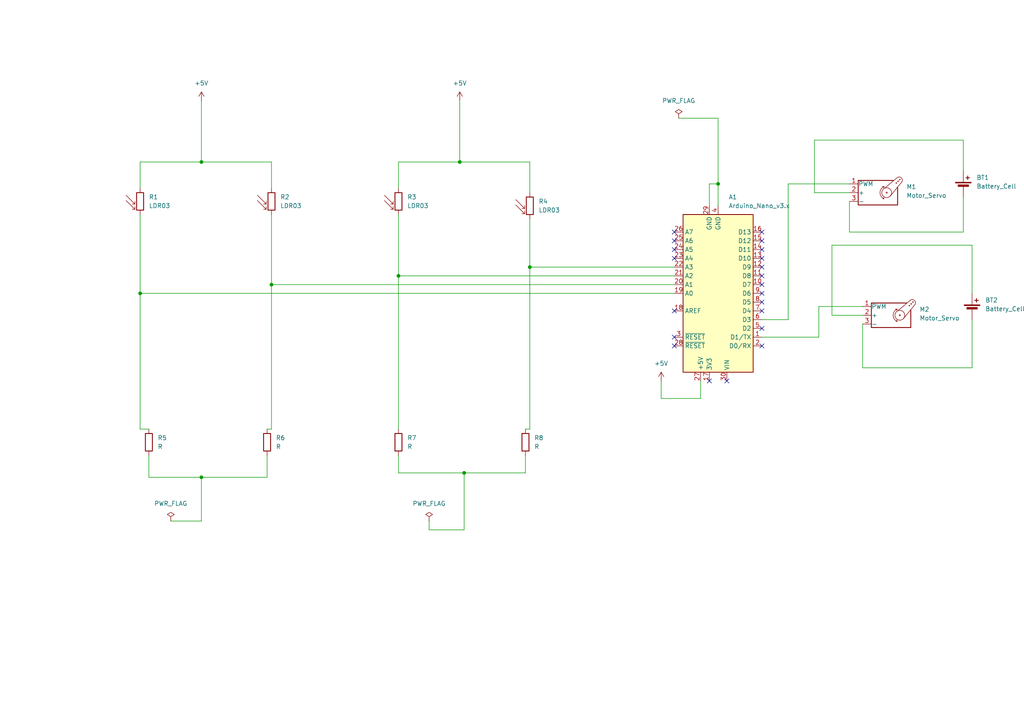
<source format=kicad_sch>
(kicad_sch
	(version 20231120)
	(generator "eeschema")
	(generator_version "8.0")
	(uuid "7ce6721b-4ebf-4034-b591-10c4db8b30aa")
	(paper "A4")
	(lib_symbols
		(symbol "Device:Battery_Cell"
			(pin_numbers hide)
			(pin_names
				(offset 0) hide)
			(exclude_from_sim no)
			(in_bom yes)
			(on_board yes)
			(property "Reference" "BT"
				(at 2.54 2.54 0)
				(effects
					(font
						(size 1.27 1.27)
					)
					(justify left)
				)
			)
			(property "Value" "Battery_Cell"
				(at 2.54 0 0)
				(effects
					(font
						(size 1.27 1.27)
					)
					(justify left)
				)
			)
			(property "Footprint" ""
				(at 0 1.524 90)
				(effects
					(font
						(size 1.27 1.27)
					)
					(hide yes)
				)
			)
			(property "Datasheet" "~"
				(at 0 1.524 90)
				(effects
					(font
						(size 1.27 1.27)
					)
					(hide yes)
				)
			)
			(property "Description" "Single-cell battery"
				(at 0 0 0)
				(effects
					(font
						(size 1.27 1.27)
					)
					(hide yes)
				)
			)
			(property "ki_keywords" "battery cell"
				(at 0 0 0)
				(effects
					(font
						(size 1.27 1.27)
					)
					(hide yes)
				)
			)
			(symbol "Battery_Cell_0_1"
				(rectangle
					(start -2.286 1.778)
					(end 2.286 1.524)
					(stroke
						(width 0)
						(type default)
					)
					(fill
						(type outline)
					)
				)
				(rectangle
					(start -1.524 1.016)
					(end 1.524 0.508)
					(stroke
						(width 0)
						(type default)
					)
					(fill
						(type outline)
					)
				)
				(polyline
					(pts
						(xy 0 0.762) (xy 0 0)
					)
					(stroke
						(width 0)
						(type default)
					)
					(fill
						(type none)
					)
				)
				(polyline
					(pts
						(xy 0 1.778) (xy 0 2.54)
					)
					(stroke
						(width 0)
						(type default)
					)
					(fill
						(type none)
					)
				)
				(polyline
					(pts
						(xy 0.762 3.048) (xy 1.778 3.048)
					)
					(stroke
						(width 0.254)
						(type default)
					)
					(fill
						(type none)
					)
				)
				(polyline
					(pts
						(xy 1.27 3.556) (xy 1.27 2.54)
					)
					(stroke
						(width 0.254)
						(type default)
					)
					(fill
						(type none)
					)
				)
			)
			(symbol "Battery_Cell_1_1"
				(pin passive line
					(at 0 5.08 270)
					(length 2.54)
					(name "+"
						(effects
							(font
								(size 1.27 1.27)
							)
						)
					)
					(number "1"
						(effects
							(font
								(size 1.27 1.27)
							)
						)
					)
				)
				(pin passive line
					(at 0 -2.54 90)
					(length 2.54)
					(name "-"
						(effects
							(font
								(size 1.27 1.27)
							)
						)
					)
					(number "2"
						(effects
							(font
								(size 1.27 1.27)
							)
						)
					)
				)
			)
		)
		(symbol "Device:R"
			(pin_numbers hide)
			(pin_names
				(offset 0)
			)
			(exclude_from_sim no)
			(in_bom yes)
			(on_board yes)
			(property "Reference" "R"
				(at 2.032 0 90)
				(effects
					(font
						(size 1.27 1.27)
					)
				)
			)
			(property "Value" "R"
				(at 0 0 90)
				(effects
					(font
						(size 1.27 1.27)
					)
				)
			)
			(property "Footprint" ""
				(at -1.778 0 90)
				(effects
					(font
						(size 1.27 1.27)
					)
					(hide yes)
				)
			)
			(property "Datasheet" "~"
				(at 0 0 0)
				(effects
					(font
						(size 1.27 1.27)
					)
					(hide yes)
				)
			)
			(property "Description" "Resistor"
				(at 0 0 0)
				(effects
					(font
						(size 1.27 1.27)
					)
					(hide yes)
				)
			)
			(property "ki_keywords" "R res resistor"
				(at 0 0 0)
				(effects
					(font
						(size 1.27 1.27)
					)
					(hide yes)
				)
			)
			(property "ki_fp_filters" "R_*"
				(at 0 0 0)
				(effects
					(font
						(size 1.27 1.27)
					)
					(hide yes)
				)
			)
			(symbol "R_0_1"
				(rectangle
					(start -1.016 -2.54)
					(end 1.016 2.54)
					(stroke
						(width 0.254)
						(type default)
					)
					(fill
						(type none)
					)
				)
			)
			(symbol "R_1_1"
				(pin passive line
					(at 0 3.81 270)
					(length 1.27)
					(name "~"
						(effects
							(font
								(size 1.27 1.27)
							)
						)
					)
					(number "1"
						(effects
							(font
								(size 1.27 1.27)
							)
						)
					)
				)
				(pin passive line
					(at 0 -3.81 90)
					(length 1.27)
					(name "~"
						(effects
							(font
								(size 1.27 1.27)
							)
						)
					)
					(number "2"
						(effects
							(font
								(size 1.27 1.27)
							)
						)
					)
				)
			)
		)
		(symbol "MCU_Module:Arduino_Nano_v3.x"
			(exclude_from_sim no)
			(in_bom yes)
			(on_board yes)
			(property "Reference" "A"
				(at -10.16 23.495 0)
				(effects
					(font
						(size 1.27 1.27)
					)
					(justify left bottom)
				)
			)
			(property "Value" "Arduino_Nano_v3.x"
				(at 5.08 -24.13 0)
				(effects
					(font
						(size 1.27 1.27)
					)
					(justify left top)
				)
			)
			(property "Footprint" "Module:Arduino_Nano"
				(at 0 0 0)
				(effects
					(font
						(size 1.27 1.27)
						(italic yes)
					)
					(hide yes)
				)
			)
			(property "Datasheet" "http://www.mouser.com/pdfdocs/Gravitech_Arduino_Nano3_0.pdf"
				(at 0 0 0)
				(effects
					(font
						(size 1.27 1.27)
					)
					(hide yes)
				)
			)
			(property "Description" "Arduino Nano v3.x"
				(at 0 0 0)
				(effects
					(font
						(size 1.27 1.27)
					)
					(hide yes)
				)
			)
			(property "ki_keywords" "Arduino nano microcontroller module USB"
				(at 0 0 0)
				(effects
					(font
						(size 1.27 1.27)
					)
					(hide yes)
				)
			)
			(property "ki_fp_filters" "Arduino*Nano*"
				(at 0 0 0)
				(effects
					(font
						(size 1.27 1.27)
					)
					(hide yes)
				)
			)
			(symbol "Arduino_Nano_v3.x_0_1"
				(rectangle
					(start -10.16 22.86)
					(end 10.16 -22.86)
					(stroke
						(width 0.254)
						(type default)
					)
					(fill
						(type background)
					)
				)
			)
			(symbol "Arduino_Nano_v3.x_1_1"
				(pin bidirectional line
					(at -12.7 12.7 0)
					(length 2.54)
					(name "D1/TX"
						(effects
							(font
								(size 1.27 1.27)
							)
						)
					)
					(number "1"
						(effects
							(font
								(size 1.27 1.27)
							)
						)
					)
				)
				(pin bidirectional line
					(at -12.7 -2.54 0)
					(length 2.54)
					(name "D7"
						(effects
							(font
								(size 1.27 1.27)
							)
						)
					)
					(number "10"
						(effects
							(font
								(size 1.27 1.27)
							)
						)
					)
				)
				(pin bidirectional line
					(at -12.7 -5.08 0)
					(length 2.54)
					(name "D8"
						(effects
							(font
								(size 1.27 1.27)
							)
						)
					)
					(number "11"
						(effects
							(font
								(size 1.27 1.27)
							)
						)
					)
				)
				(pin bidirectional line
					(at -12.7 -7.62 0)
					(length 2.54)
					(name "D9"
						(effects
							(font
								(size 1.27 1.27)
							)
						)
					)
					(number "12"
						(effects
							(font
								(size 1.27 1.27)
							)
						)
					)
				)
				(pin bidirectional line
					(at -12.7 -10.16 0)
					(length 2.54)
					(name "D10"
						(effects
							(font
								(size 1.27 1.27)
							)
						)
					)
					(number "13"
						(effects
							(font
								(size 1.27 1.27)
							)
						)
					)
				)
				(pin bidirectional line
					(at -12.7 -12.7 0)
					(length 2.54)
					(name "D11"
						(effects
							(font
								(size 1.27 1.27)
							)
						)
					)
					(number "14"
						(effects
							(font
								(size 1.27 1.27)
							)
						)
					)
				)
				(pin bidirectional line
					(at -12.7 -15.24 0)
					(length 2.54)
					(name "D12"
						(effects
							(font
								(size 1.27 1.27)
							)
						)
					)
					(number "15"
						(effects
							(font
								(size 1.27 1.27)
							)
						)
					)
				)
				(pin bidirectional line
					(at -12.7 -17.78 0)
					(length 2.54)
					(name "D13"
						(effects
							(font
								(size 1.27 1.27)
							)
						)
					)
					(number "16"
						(effects
							(font
								(size 1.27 1.27)
							)
						)
					)
				)
				(pin power_out line
					(at 2.54 25.4 270)
					(length 2.54)
					(name "3V3"
						(effects
							(font
								(size 1.27 1.27)
							)
						)
					)
					(number "17"
						(effects
							(font
								(size 1.27 1.27)
							)
						)
					)
				)
				(pin input line
					(at 12.7 5.08 180)
					(length 2.54)
					(name "AREF"
						(effects
							(font
								(size 1.27 1.27)
							)
						)
					)
					(number "18"
						(effects
							(font
								(size 1.27 1.27)
							)
						)
					)
				)
				(pin bidirectional line
					(at 12.7 0 180)
					(length 2.54)
					(name "A0"
						(effects
							(font
								(size 1.27 1.27)
							)
						)
					)
					(number "19"
						(effects
							(font
								(size 1.27 1.27)
							)
						)
					)
				)
				(pin bidirectional line
					(at -12.7 15.24 0)
					(length 2.54)
					(name "D0/RX"
						(effects
							(font
								(size 1.27 1.27)
							)
						)
					)
					(number "2"
						(effects
							(font
								(size 1.27 1.27)
							)
						)
					)
				)
				(pin bidirectional line
					(at 12.7 -2.54 180)
					(length 2.54)
					(name "A1"
						(effects
							(font
								(size 1.27 1.27)
							)
						)
					)
					(number "20"
						(effects
							(font
								(size 1.27 1.27)
							)
						)
					)
				)
				(pin bidirectional line
					(at 12.7 -5.08 180)
					(length 2.54)
					(name "A2"
						(effects
							(font
								(size 1.27 1.27)
							)
						)
					)
					(number "21"
						(effects
							(font
								(size 1.27 1.27)
							)
						)
					)
				)
				(pin bidirectional line
					(at 12.7 -7.62 180)
					(length 2.54)
					(name "A3"
						(effects
							(font
								(size 1.27 1.27)
							)
						)
					)
					(number "22"
						(effects
							(font
								(size 1.27 1.27)
							)
						)
					)
				)
				(pin bidirectional line
					(at 12.7 -10.16 180)
					(length 2.54)
					(name "A4"
						(effects
							(font
								(size 1.27 1.27)
							)
						)
					)
					(number "23"
						(effects
							(font
								(size 1.27 1.27)
							)
						)
					)
				)
				(pin bidirectional line
					(at 12.7 -12.7 180)
					(length 2.54)
					(name "A5"
						(effects
							(font
								(size 1.27 1.27)
							)
						)
					)
					(number "24"
						(effects
							(font
								(size 1.27 1.27)
							)
						)
					)
				)
				(pin bidirectional line
					(at 12.7 -15.24 180)
					(length 2.54)
					(name "A6"
						(effects
							(font
								(size 1.27 1.27)
							)
						)
					)
					(number "25"
						(effects
							(font
								(size 1.27 1.27)
							)
						)
					)
				)
				(pin bidirectional line
					(at 12.7 -17.78 180)
					(length 2.54)
					(name "A7"
						(effects
							(font
								(size 1.27 1.27)
							)
						)
					)
					(number "26"
						(effects
							(font
								(size 1.27 1.27)
							)
						)
					)
				)
				(pin power_out line
					(at 5.08 25.4 270)
					(length 2.54)
					(name "+5V"
						(effects
							(font
								(size 1.27 1.27)
							)
						)
					)
					(number "27"
						(effects
							(font
								(size 1.27 1.27)
							)
						)
					)
				)
				(pin input line
					(at 12.7 15.24 180)
					(length 2.54)
					(name "~{RESET}"
						(effects
							(font
								(size 1.27 1.27)
							)
						)
					)
					(number "28"
						(effects
							(font
								(size 1.27 1.27)
							)
						)
					)
				)
				(pin power_in line
					(at 2.54 -25.4 90)
					(length 2.54)
					(name "GND"
						(effects
							(font
								(size 1.27 1.27)
							)
						)
					)
					(number "29"
						(effects
							(font
								(size 1.27 1.27)
							)
						)
					)
				)
				(pin input line
					(at 12.7 12.7 180)
					(length 2.54)
					(name "~{RESET}"
						(effects
							(font
								(size 1.27 1.27)
							)
						)
					)
					(number "3"
						(effects
							(font
								(size 1.27 1.27)
							)
						)
					)
				)
				(pin power_in line
					(at -2.54 25.4 270)
					(length 2.54)
					(name "VIN"
						(effects
							(font
								(size 1.27 1.27)
							)
						)
					)
					(number "30"
						(effects
							(font
								(size 1.27 1.27)
							)
						)
					)
				)
				(pin power_in line
					(at 0 -25.4 90)
					(length 2.54)
					(name "GND"
						(effects
							(font
								(size 1.27 1.27)
							)
						)
					)
					(number "4"
						(effects
							(font
								(size 1.27 1.27)
							)
						)
					)
				)
				(pin bidirectional line
					(at -12.7 10.16 0)
					(length 2.54)
					(name "D2"
						(effects
							(font
								(size 1.27 1.27)
							)
						)
					)
					(number "5"
						(effects
							(font
								(size 1.27 1.27)
							)
						)
					)
				)
				(pin bidirectional line
					(at -12.7 7.62 0)
					(length 2.54)
					(name "D3"
						(effects
							(font
								(size 1.27 1.27)
							)
						)
					)
					(number "6"
						(effects
							(font
								(size 1.27 1.27)
							)
						)
					)
				)
				(pin bidirectional line
					(at -12.7 5.08 0)
					(length 2.54)
					(name "D4"
						(effects
							(font
								(size 1.27 1.27)
							)
						)
					)
					(number "7"
						(effects
							(font
								(size 1.27 1.27)
							)
						)
					)
				)
				(pin bidirectional line
					(at -12.7 2.54 0)
					(length 2.54)
					(name "D5"
						(effects
							(font
								(size 1.27 1.27)
							)
						)
					)
					(number "8"
						(effects
							(font
								(size 1.27 1.27)
							)
						)
					)
				)
				(pin bidirectional line
					(at -12.7 0 0)
					(length 2.54)
					(name "D6"
						(effects
							(font
								(size 1.27 1.27)
							)
						)
					)
					(number "9"
						(effects
							(font
								(size 1.27 1.27)
							)
						)
					)
				)
			)
		)
		(symbol "Motor:Motor_Servo"
			(pin_names
				(offset 0.0254)
			)
			(exclude_from_sim no)
			(in_bom yes)
			(on_board yes)
			(property "Reference" "M"
				(at -5.08 4.445 0)
				(effects
					(font
						(size 1.27 1.27)
					)
					(justify left)
				)
			)
			(property "Value" "Motor_Servo"
				(at -5.08 -4.064 0)
				(effects
					(font
						(size 1.27 1.27)
					)
					(justify left top)
				)
			)
			(property "Footprint" ""
				(at 0 -4.826 0)
				(effects
					(font
						(size 1.27 1.27)
					)
					(hide yes)
				)
			)
			(property "Datasheet" "http://forums.parallax.com/uploads/attachments/46831/74481.png"
				(at 0 -4.826 0)
				(effects
					(font
						(size 1.27 1.27)
					)
					(hide yes)
				)
			)
			(property "Description" "Servo Motor (Futaba, HiTec, JR connector)"
				(at 0 0 0)
				(effects
					(font
						(size 1.27 1.27)
					)
					(hide yes)
				)
			)
			(property "ki_keywords" "Servo Motor"
				(at 0 0 0)
				(effects
					(font
						(size 1.27 1.27)
					)
					(hide yes)
				)
			)
			(property "ki_fp_filters" "PinHeader*P2.54mm*"
				(at 0 0 0)
				(effects
					(font
						(size 1.27 1.27)
					)
					(hide yes)
				)
			)
			(symbol "Motor_Servo_0_1"
				(polyline
					(pts
						(xy 2.413 -1.778) (xy 2.032 -1.778)
					)
					(stroke
						(width 0)
						(type default)
					)
					(fill
						(type none)
					)
				)
				(polyline
					(pts
						(xy 2.413 -1.778) (xy 2.286 -1.397)
					)
					(stroke
						(width 0)
						(type default)
					)
					(fill
						(type none)
					)
				)
				(polyline
					(pts
						(xy 2.413 1.778) (xy 1.905 1.778)
					)
					(stroke
						(width 0)
						(type default)
					)
					(fill
						(type none)
					)
				)
				(polyline
					(pts
						(xy 2.413 1.778) (xy 2.286 1.397)
					)
					(stroke
						(width 0)
						(type default)
					)
					(fill
						(type none)
					)
				)
				(polyline
					(pts
						(xy 6.35 4.445) (xy 2.54 1.27)
					)
					(stroke
						(width 0)
						(type default)
					)
					(fill
						(type none)
					)
				)
				(polyline
					(pts
						(xy 7.62 3.175) (xy 4.191 -1.016)
					)
					(stroke
						(width 0)
						(type default)
					)
					(fill
						(type none)
					)
				)
				(polyline
					(pts
						(xy 5.08 3.556) (xy -5.08 3.556) (xy -5.08 -3.556) (xy 6.35 -3.556) (xy 6.35 1.524)
					)
					(stroke
						(width 0.254)
						(type default)
					)
					(fill
						(type none)
					)
				)
				(arc
					(start 2.413 1.778)
					(mid 1.2406 0)
					(end 2.413 -1.778)
					(stroke
						(width 0)
						(type default)
					)
					(fill
						(type none)
					)
				)
				(circle
					(center 3.175 0)
					(radius 0.1778)
					(stroke
						(width 0)
						(type default)
					)
					(fill
						(type none)
					)
				)
				(circle
					(center 3.175 0)
					(radius 1.4224)
					(stroke
						(width 0)
						(type default)
					)
					(fill
						(type none)
					)
				)
				(circle
					(center 5.969 2.794)
					(radius 0.127)
					(stroke
						(width 0)
						(type default)
					)
					(fill
						(type none)
					)
				)
				(circle
					(center 6.477 3.302)
					(radius 0.127)
					(stroke
						(width 0)
						(type default)
					)
					(fill
						(type none)
					)
				)
				(circle
					(center 6.985 3.81)
					(radius 0.127)
					(stroke
						(width 0)
						(type default)
					)
					(fill
						(type none)
					)
				)
				(arc
					(start 7.62 3.175)
					(mid 7.4485 4.2735)
					(end 6.35 4.445)
					(stroke
						(width 0)
						(type default)
					)
					(fill
						(type none)
					)
				)
			)
			(symbol "Motor_Servo_1_1"
				(pin passive line
					(at -7.62 2.54 0)
					(length 2.54)
					(name "PWM"
						(effects
							(font
								(size 1.27 1.27)
							)
						)
					)
					(number "1"
						(effects
							(font
								(size 1.27 1.27)
							)
						)
					)
				)
				(pin passive line
					(at -7.62 0 0)
					(length 2.54)
					(name "+"
						(effects
							(font
								(size 1.27 1.27)
							)
						)
					)
					(number "2"
						(effects
							(font
								(size 1.27 1.27)
							)
						)
					)
				)
				(pin passive line
					(at -7.62 -2.54 0)
					(length 2.54)
					(name "-"
						(effects
							(font
								(size 1.27 1.27)
							)
						)
					)
					(number "3"
						(effects
							(font
								(size 1.27 1.27)
							)
						)
					)
				)
			)
		)
		(symbol "Sensor_Optical:LDR03"
			(pin_numbers hide)
			(pin_names
				(offset 0)
			)
			(exclude_from_sim no)
			(in_bom yes)
			(on_board yes)
			(property "Reference" "R"
				(at -5.08 0 90)
				(effects
					(font
						(size 1.27 1.27)
					)
				)
			)
			(property "Value" "LDR03"
				(at 1.905 0 90)
				(effects
					(font
						(size 1.27 1.27)
					)
					(justify top)
				)
			)
			(property "Footprint" "OptoDevice:R_LDR_10x8.5mm_P7.6mm_Vertical"
				(at 4.445 0 90)
				(effects
					(font
						(size 1.27 1.27)
					)
					(hide yes)
				)
			)
			(property "Datasheet" "http://www.elektronica-componenten.nl/WebRoot/StoreNL/Shops/61422969/54F1/BA0C/C664/31B9/2173/C0A8/2AB9/2AEF/LDR03IMP.pdf"
				(at 0 -1.27 0)
				(effects
					(font
						(size 1.27 1.27)
					)
					(hide yes)
				)
			)
			(property "Description" "light dependent resistor"
				(at 0 0 0)
				(effects
					(font
						(size 1.27 1.27)
					)
					(hide yes)
				)
			)
			(property "ki_keywords" "light dependent photo resistor LDR"
				(at 0 0 0)
				(effects
					(font
						(size 1.27 1.27)
					)
					(hide yes)
				)
			)
			(property "ki_fp_filters" "R*LDR*10x8.5mm*P7.6mm*"
				(at 0 0 0)
				(effects
					(font
						(size 1.27 1.27)
					)
					(hide yes)
				)
			)
			(symbol "LDR03_0_1"
				(rectangle
					(start -1.016 2.54)
					(end 1.016 -2.54)
					(stroke
						(width 0.254)
						(type default)
					)
					(fill
						(type none)
					)
				)
				(polyline
					(pts
						(xy -1.524 -2.286) (xy -4.064 0.254)
					)
					(stroke
						(width 0)
						(type default)
					)
					(fill
						(type none)
					)
				)
				(polyline
					(pts
						(xy -1.524 -2.286) (xy -2.286 -2.286)
					)
					(stroke
						(width 0)
						(type default)
					)
					(fill
						(type none)
					)
				)
				(polyline
					(pts
						(xy -1.524 -2.286) (xy -1.524 -1.524)
					)
					(stroke
						(width 0)
						(type default)
					)
					(fill
						(type none)
					)
				)
				(polyline
					(pts
						(xy -1.524 -0.762) (xy -4.064 1.778)
					)
					(stroke
						(width 0)
						(type default)
					)
					(fill
						(type none)
					)
				)
				(polyline
					(pts
						(xy -1.524 -0.762) (xy -2.286 -0.762)
					)
					(stroke
						(width 0)
						(type default)
					)
					(fill
						(type none)
					)
				)
				(polyline
					(pts
						(xy -1.524 -0.762) (xy -1.524 0)
					)
					(stroke
						(width 0)
						(type default)
					)
					(fill
						(type none)
					)
				)
			)
			(symbol "LDR03_1_1"
				(pin passive line
					(at 0 3.81 270)
					(length 1.27)
					(name "~"
						(effects
							(font
								(size 1.27 1.27)
							)
						)
					)
					(number "1"
						(effects
							(font
								(size 1.27 1.27)
							)
						)
					)
				)
				(pin passive line
					(at 0 -3.81 90)
					(length 1.27)
					(name "~"
						(effects
							(font
								(size 1.27 1.27)
							)
						)
					)
					(number "2"
						(effects
							(font
								(size 1.27 1.27)
							)
						)
					)
				)
			)
		)
		(symbol "power:+5V"
			(power)
			(pin_numbers hide)
			(pin_names
				(offset 0) hide)
			(exclude_from_sim no)
			(in_bom yes)
			(on_board yes)
			(property "Reference" "#PWR"
				(at 0 -3.81 0)
				(effects
					(font
						(size 1.27 1.27)
					)
					(hide yes)
				)
			)
			(property "Value" "+5V"
				(at 0 3.556 0)
				(effects
					(font
						(size 1.27 1.27)
					)
				)
			)
			(property "Footprint" ""
				(at 0 0 0)
				(effects
					(font
						(size 1.27 1.27)
					)
					(hide yes)
				)
			)
			(property "Datasheet" ""
				(at 0 0 0)
				(effects
					(font
						(size 1.27 1.27)
					)
					(hide yes)
				)
			)
			(property "Description" "Power symbol creates a global label with name \"+5V\""
				(at 0 0 0)
				(effects
					(font
						(size 1.27 1.27)
					)
					(hide yes)
				)
			)
			(property "ki_keywords" "global power"
				(at 0 0 0)
				(effects
					(font
						(size 1.27 1.27)
					)
					(hide yes)
				)
			)
			(symbol "+5V_0_1"
				(polyline
					(pts
						(xy -0.762 1.27) (xy 0 2.54)
					)
					(stroke
						(width 0)
						(type default)
					)
					(fill
						(type none)
					)
				)
				(polyline
					(pts
						(xy 0 0) (xy 0 2.54)
					)
					(stroke
						(width 0)
						(type default)
					)
					(fill
						(type none)
					)
				)
				(polyline
					(pts
						(xy 0 2.54) (xy 0.762 1.27)
					)
					(stroke
						(width 0)
						(type default)
					)
					(fill
						(type none)
					)
				)
			)
			(symbol "+5V_1_1"
				(pin power_in line
					(at 0 0 90)
					(length 0)
					(name "~"
						(effects
							(font
								(size 1.27 1.27)
							)
						)
					)
					(number "1"
						(effects
							(font
								(size 1.27 1.27)
							)
						)
					)
				)
			)
		)
		(symbol "power:PWR_FLAG"
			(power)
			(pin_numbers hide)
			(pin_names
				(offset 0) hide)
			(exclude_from_sim no)
			(in_bom yes)
			(on_board yes)
			(property "Reference" "#FLG"
				(at 0 1.905 0)
				(effects
					(font
						(size 1.27 1.27)
					)
					(hide yes)
				)
			)
			(property "Value" "PWR_FLAG"
				(at 0 3.81 0)
				(effects
					(font
						(size 1.27 1.27)
					)
				)
			)
			(property "Footprint" ""
				(at 0 0 0)
				(effects
					(font
						(size 1.27 1.27)
					)
					(hide yes)
				)
			)
			(property "Datasheet" "~"
				(at 0 0 0)
				(effects
					(font
						(size 1.27 1.27)
					)
					(hide yes)
				)
			)
			(property "Description" "Special symbol for telling ERC where power comes from"
				(at 0 0 0)
				(effects
					(font
						(size 1.27 1.27)
					)
					(hide yes)
				)
			)
			(property "ki_keywords" "flag power"
				(at 0 0 0)
				(effects
					(font
						(size 1.27 1.27)
					)
					(hide yes)
				)
			)
			(symbol "PWR_FLAG_0_0"
				(pin power_out line
					(at 0 0 90)
					(length 0)
					(name "~"
						(effects
							(font
								(size 1.27 1.27)
							)
						)
					)
					(number "1"
						(effects
							(font
								(size 1.27 1.27)
							)
						)
					)
				)
			)
			(symbol "PWR_FLAG_0_1"
				(polyline
					(pts
						(xy 0 0) (xy 0 1.27) (xy -1.016 1.905) (xy 0 2.54) (xy 1.016 1.905) (xy 0 1.27)
					)
					(stroke
						(width 0)
						(type default)
					)
					(fill
						(type none)
					)
				)
			)
		)
	)
	(junction
		(at 40.64 85.09)
		(diameter 0)
		(color 0 0 0 0)
		(uuid "0c6324d5-ccb8-432d-be27-9cf86d0c261d")
	)
	(junction
		(at 78.74 82.55)
		(diameter 0)
		(color 0 0 0 0)
		(uuid "24ee55bf-39b7-4265-af03-7cd7c6a8bc86")
	)
	(junction
		(at 58.42 46.99)
		(diameter 0)
		(color 0 0 0 0)
		(uuid "30ee2b9c-5f59-4eea-ac2b-6fd1f6c56db9")
	)
	(junction
		(at 134.62 137.16)
		(diameter 0)
		(color 0 0 0 0)
		(uuid "4bae3340-2f98-45a5-ba62-4e02e969eb11")
	)
	(junction
		(at 58.42 138.43)
		(diameter 0)
		(color 0 0 0 0)
		(uuid "4c6afc19-840c-4138-b186-676373ebe0de")
	)
	(junction
		(at 133.35 46.99)
		(diameter 0)
		(color 0 0 0 0)
		(uuid "a318720c-f276-4474-ab01-5032a5629012")
	)
	(junction
		(at 115.57 80.01)
		(diameter 0)
		(color 0 0 0 0)
		(uuid "b7ff77a7-9ae9-4c09-b6a9-1cb689264121")
	)
	(junction
		(at 153.67 77.47)
		(diameter 0)
		(color 0 0 0 0)
		(uuid "bdb07010-42e3-4578-a3ec-ffe86eb490ae")
	)
	(junction
		(at 208.28 53.34)
		(diameter 0)
		(color 0 0 0 0)
		(uuid "de00d848-6fc7-4df2-9602-15ad1cabead2")
	)
	(no_connect
		(at 220.98 90.17)
		(uuid "1f0326e7-ac04-4e6a-b238-02f889533932")
	)
	(no_connect
		(at 195.58 100.33)
		(uuid "21e47cbc-4c7e-4dbe-a54b-8acdf98cd3b2")
	)
	(no_connect
		(at 220.98 100.33)
		(uuid "2507d6d9-17de-4722-8d7e-56c184230168")
	)
	(no_connect
		(at 205.74 110.49)
		(uuid "32dde17f-74af-4cce-a548-242d3f7110de")
	)
	(no_connect
		(at 220.98 85.09)
		(uuid "39cef121-2476-4eb4-8745-52a4d1b7afcb")
	)
	(no_connect
		(at 220.98 67.31)
		(uuid "4299078c-c190-4257-a0e4-9189dde17227")
	)
	(no_connect
		(at 220.98 72.39)
		(uuid "455b2f41-f7ba-4e2a-b97e-e66e453c6040")
	)
	(no_connect
		(at 195.58 72.39)
		(uuid "4acfef79-2fae-4032-a1f1-6a02851d73a4")
	)
	(no_connect
		(at 195.58 90.17)
		(uuid "59c36210-7380-4c0a-8635-aed0649bb097")
	)
	(no_connect
		(at 220.98 74.93)
		(uuid "6e4a96a3-4083-451b-9fa0-c6118d4c173b")
	)
	(no_connect
		(at 195.58 67.31)
		(uuid "831e0e54-6b57-42b2-98f8-4e97e4af9acb")
	)
	(no_connect
		(at 210.82 110.49)
		(uuid "8d102fb8-fb79-4394-8d49-887d28339d8e")
	)
	(no_connect
		(at 195.58 97.79)
		(uuid "8fe8435e-17bd-454b-821d-c6943b6b9315")
	)
	(no_connect
		(at 220.98 80.01)
		(uuid "92fae946-2e5b-4d3f-b0d0-94da95ed90bb")
	)
	(no_connect
		(at 220.98 77.47)
		(uuid "9debcb8a-7f0d-4ae9-8e63-bb4c709f91cd")
	)
	(no_connect
		(at 220.98 87.63)
		(uuid "a947b8c0-d64e-495e-9d0d-5cdb786eae6e")
	)
	(no_connect
		(at 195.58 74.93)
		(uuid "b8f07fdc-2ef8-4881-ad62-c6fb7656ba3d")
	)
	(no_connect
		(at 220.98 82.55)
		(uuid "c5517336-b2db-4dd5-b4e5-73d5c291bff9")
	)
	(no_connect
		(at 220.98 69.85)
		(uuid "d0415b87-734c-4560-bd05-dc5d1cc60753")
	)
	(no_connect
		(at 195.58 69.85)
		(uuid "d86c8e36-565b-46ec-8493-226e6bdf7184")
	)
	(no_connect
		(at 220.98 95.25)
		(uuid "e8b8c65f-faa4-417e-bd61-94cac52011e6")
	)
	(wire
		(pts
			(xy 191.77 110.49) (xy 191.77 115.57)
		)
		(stroke
			(width 0)
			(type default)
		)
		(uuid "020ae6f2-43de-4222-b711-d1ddb8687490")
	)
	(wire
		(pts
			(xy 77.47 132.08) (xy 77.47 138.43)
		)
		(stroke
			(width 0)
			(type default)
		)
		(uuid "05bb3ce7-83db-490f-a9c6-8fa187b0dff2")
	)
	(wire
		(pts
			(xy 124.46 153.67) (xy 134.62 153.67)
		)
		(stroke
			(width 0)
			(type default)
		)
		(uuid "05f11a9e-4ff2-402f-a3b0-2fbe4172fa23")
	)
	(wire
		(pts
			(xy 236.22 40.64) (xy 279.4 40.64)
		)
		(stroke
			(width 0)
			(type default)
		)
		(uuid "0916fa20-1b38-43f0-b636-802d56899656")
	)
	(wire
		(pts
			(xy 208.28 34.29) (xy 208.28 53.34)
		)
		(stroke
			(width 0)
			(type default)
		)
		(uuid "09666fbb-baa3-41e6-84ae-01255f306893")
	)
	(wire
		(pts
			(xy 58.42 138.43) (xy 77.47 138.43)
		)
		(stroke
			(width 0)
			(type default)
		)
		(uuid "0b6e6a14-4e18-4742-930f-4995f728cbbb")
	)
	(wire
		(pts
			(xy 134.62 137.16) (xy 134.62 153.67)
		)
		(stroke
			(width 0)
			(type default)
		)
		(uuid "12c98b83-b612-4e4e-8bb1-5a744aae64d1")
	)
	(wire
		(pts
			(xy 208.28 59.69) (xy 208.28 53.34)
		)
		(stroke
			(width 0)
			(type default)
		)
		(uuid "134b3fc1-b8f8-4c21-be6e-e7f649e1501b")
	)
	(wire
		(pts
			(xy 250.19 93.98) (xy 250.19 106.68)
		)
		(stroke
			(width 0)
			(type default)
		)
		(uuid "1bd79c91-1422-4250-87b7-45af7be809db")
	)
	(wire
		(pts
			(xy 40.64 85.09) (xy 195.58 85.09)
		)
		(stroke
			(width 0)
			(type default)
		)
		(uuid "1d8d20b3-fe08-4084-80cc-54872565bd7c")
	)
	(wire
		(pts
			(xy 279.4 67.31) (xy 279.4 57.15)
		)
		(stroke
			(width 0)
			(type default)
		)
		(uuid "207b456c-e716-49c4-9c2b-510548228e49")
	)
	(wire
		(pts
			(xy 228.6 92.71) (xy 220.98 92.71)
		)
		(stroke
			(width 0)
			(type default)
		)
		(uuid "20c24ce3-08e9-47de-aa8a-f3b79c82a78e")
	)
	(wire
		(pts
			(xy 58.42 46.99) (xy 78.74 46.99)
		)
		(stroke
			(width 0)
			(type default)
		)
		(uuid "21600002-c80f-4825-ab53-6f28e5fd06c6")
	)
	(wire
		(pts
			(xy 58.42 29.21) (xy 58.42 46.99)
		)
		(stroke
			(width 0)
			(type default)
		)
		(uuid "3122dc97-9c3b-4993-b354-aa524ad37848")
	)
	(wire
		(pts
			(xy 78.74 124.46) (xy 77.47 124.46)
		)
		(stroke
			(width 0)
			(type default)
		)
		(uuid "3cc34562-9b1d-41ba-ac57-577c00844b16")
	)
	(wire
		(pts
			(xy 203.2 110.49) (xy 203.2 115.57)
		)
		(stroke
			(width 0)
			(type default)
		)
		(uuid "3e458f30-d6bc-4fc4-836f-8ea612bed9d5")
	)
	(wire
		(pts
			(xy 40.64 85.09) (xy 40.64 124.46)
		)
		(stroke
			(width 0)
			(type default)
		)
		(uuid "415dfb3b-16c7-4029-afdf-fed5c76ffcca")
	)
	(wire
		(pts
			(xy 115.57 62.23) (xy 115.57 80.01)
		)
		(stroke
			(width 0)
			(type default)
		)
		(uuid "4bccc99c-9be1-41eb-86e0-5298349d15ab")
	)
	(wire
		(pts
			(xy 279.4 40.64) (xy 279.4 49.53)
		)
		(stroke
			(width 0)
			(type default)
		)
		(uuid "52080749-0509-42dc-a9f0-025f3809c1ad")
	)
	(wire
		(pts
			(xy 40.64 124.46) (xy 43.18 124.46)
		)
		(stroke
			(width 0)
			(type default)
		)
		(uuid "557a804c-7e3d-4316-b47c-e2c8475148b9")
	)
	(wire
		(pts
			(xy 115.57 80.01) (xy 115.57 124.46)
		)
		(stroke
			(width 0)
			(type default)
		)
		(uuid "58136396-f95a-46e3-aa0f-4f399c4ce534")
	)
	(wire
		(pts
			(xy 241.3 91.44) (xy 241.3 71.12)
		)
		(stroke
			(width 0)
			(type default)
		)
		(uuid "5cde7172-6b4f-4a92-9d04-44bd49073a6e")
	)
	(wire
		(pts
			(xy 115.57 132.08) (xy 115.57 137.16)
		)
		(stroke
			(width 0)
			(type default)
		)
		(uuid "5fa262f7-36fb-4353-87ad-4894e279c8ea")
	)
	(wire
		(pts
			(xy 237.49 97.79) (xy 237.49 88.9)
		)
		(stroke
			(width 0)
			(type default)
		)
		(uuid "6060e168-adb6-440d-8c6c-fdec3481c111")
	)
	(wire
		(pts
			(xy 195.58 82.55) (xy 78.74 82.55)
		)
		(stroke
			(width 0)
			(type default)
		)
		(uuid "610bb8ab-0ab4-457d-8a72-ff0b52a17133")
	)
	(wire
		(pts
			(xy 205.74 59.69) (xy 205.74 53.34)
		)
		(stroke
			(width 0)
			(type default)
		)
		(uuid "642d6d5a-7c64-4bb5-91c4-e9eb9b239587")
	)
	(wire
		(pts
			(xy 246.38 67.31) (xy 279.4 67.31)
		)
		(stroke
			(width 0)
			(type default)
		)
		(uuid "65bf043f-d7da-4323-8983-dc2a28b4cc43")
	)
	(wire
		(pts
			(xy 58.42 138.43) (xy 58.42 151.13)
		)
		(stroke
			(width 0)
			(type default)
		)
		(uuid "6ca6e638-27d3-403b-a5ad-ba140f693185")
	)
	(wire
		(pts
			(xy 241.3 71.12) (xy 281.94 71.12)
		)
		(stroke
			(width 0)
			(type default)
		)
		(uuid "6d29d3ee-c7bc-4e85-a8f7-e047fbd65005")
	)
	(wire
		(pts
			(xy 78.74 62.23) (xy 78.74 82.55)
		)
		(stroke
			(width 0)
			(type default)
		)
		(uuid "6e1aea85-822b-4bcd-a07e-4ab7a0dbf2df")
	)
	(wire
		(pts
			(xy 133.35 29.21) (xy 133.35 46.99)
		)
		(stroke
			(width 0)
			(type default)
		)
		(uuid "722fabdd-ace5-479e-8efb-bd6cf5d5d257")
	)
	(wire
		(pts
			(xy 152.4 137.16) (xy 134.62 137.16)
		)
		(stroke
			(width 0)
			(type default)
		)
		(uuid "72ad07c7-bf6b-4c30-b848-8fec5337725d")
	)
	(wire
		(pts
			(xy 228.6 53.34) (xy 246.38 53.34)
		)
		(stroke
			(width 0)
			(type default)
		)
		(uuid "79b1fc81-4ba8-470c-b2cb-152ca227a5b5")
	)
	(wire
		(pts
			(xy 246.38 58.42) (xy 246.38 67.31)
		)
		(stroke
			(width 0)
			(type default)
		)
		(uuid "7b0dd839-f06c-4009-b7d5-666fba085a49")
	)
	(wire
		(pts
			(xy 250.19 106.68) (xy 281.94 106.68)
		)
		(stroke
			(width 0)
			(type default)
		)
		(uuid "806cfddf-3aaf-4b7f-8548-d55703ef7fcb")
	)
	(wire
		(pts
			(xy 115.57 54.61) (xy 115.57 46.99)
		)
		(stroke
			(width 0)
			(type default)
		)
		(uuid "809211bb-934f-482f-8ded-2e8fbafda368")
	)
	(wire
		(pts
			(xy 134.62 137.16) (xy 115.57 137.16)
		)
		(stroke
			(width 0)
			(type default)
		)
		(uuid "80ca4b54-6c38-4ca7-ac41-317ce6645efc")
	)
	(wire
		(pts
			(xy 250.19 91.44) (xy 241.3 91.44)
		)
		(stroke
			(width 0)
			(type default)
		)
		(uuid "83571a38-3575-4fff-a845-9cc4ed32096f")
	)
	(wire
		(pts
			(xy 205.74 53.34) (xy 208.28 53.34)
		)
		(stroke
			(width 0)
			(type default)
		)
		(uuid "8b72df91-572c-47b1-a6d7-9dd1cb61e8e5")
	)
	(wire
		(pts
			(xy 49.53 151.13) (xy 58.42 151.13)
		)
		(stroke
			(width 0)
			(type default)
		)
		(uuid "8c9871ac-928f-410f-a6cc-ce6dddcdeb09")
	)
	(wire
		(pts
			(xy 43.18 138.43) (xy 58.42 138.43)
		)
		(stroke
			(width 0)
			(type default)
		)
		(uuid "9297d689-be97-4535-bac4-59118ebbbc2d")
	)
	(wire
		(pts
			(xy 208.28 34.29) (xy 196.85 34.29)
		)
		(stroke
			(width 0)
			(type default)
		)
		(uuid "93a4761e-1dce-41d4-adc5-089328e4f268")
	)
	(wire
		(pts
			(xy 195.58 80.01) (xy 115.57 80.01)
		)
		(stroke
			(width 0)
			(type default)
		)
		(uuid "9404060e-0950-4bb2-9b66-ea3e2c08c877")
	)
	(wire
		(pts
			(xy 78.74 82.55) (xy 78.74 124.46)
		)
		(stroke
			(width 0)
			(type default)
		)
		(uuid "9ae7d577-e842-4fe5-959d-7311cf779d0e")
	)
	(wire
		(pts
			(xy 195.58 77.47) (xy 153.67 77.47)
		)
		(stroke
			(width 0)
			(type default)
		)
		(uuid "9f41a3db-ac58-47cc-8aab-baf6c96a5181")
	)
	(wire
		(pts
			(xy 152.4 132.08) (xy 152.4 137.16)
		)
		(stroke
			(width 0)
			(type default)
		)
		(uuid "a7710b18-e28a-4c84-bec7-3bcb77416d8b")
	)
	(wire
		(pts
			(xy 40.64 46.99) (xy 58.42 46.99)
		)
		(stroke
			(width 0)
			(type default)
		)
		(uuid "aa372ef4-9b58-4b45-b804-1f9026567c18")
	)
	(wire
		(pts
			(xy 153.67 124.46) (xy 152.4 124.46)
		)
		(stroke
			(width 0)
			(type default)
		)
		(uuid "ab152845-ddbb-4484-8475-30a9a4712d1b")
	)
	(wire
		(pts
			(xy 237.49 88.9) (xy 250.19 88.9)
		)
		(stroke
			(width 0)
			(type default)
		)
		(uuid "b52f329a-153e-471b-ab59-289de4acc7eb")
	)
	(wire
		(pts
			(xy 153.67 77.47) (xy 153.67 124.46)
		)
		(stroke
			(width 0)
			(type default)
		)
		(uuid "ba2286fb-4198-42f3-b1d1-a838298bf8d8")
	)
	(wire
		(pts
			(xy 236.22 55.88) (xy 236.22 40.64)
		)
		(stroke
			(width 0)
			(type default)
		)
		(uuid "bb00ba60-8ec3-4099-a542-913910b9865e")
	)
	(wire
		(pts
			(xy 124.46 151.13) (xy 124.46 153.67)
		)
		(stroke
			(width 0)
			(type default)
		)
		(uuid "bc0c1ed0-5e50-444b-b322-1491aa64f624")
	)
	(wire
		(pts
			(xy 133.35 46.99) (xy 153.67 46.99)
		)
		(stroke
			(width 0)
			(type default)
		)
		(uuid "bd252fb9-1147-4c7d-a449-6ed99e31b79e")
	)
	(wire
		(pts
			(xy 153.67 55.88) (xy 153.67 46.99)
		)
		(stroke
			(width 0)
			(type default)
		)
		(uuid "bd7afb17-becb-47f8-8ee7-0ab10d1eec1e")
	)
	(wire
		(pts
			(xy 246.38 55.88) (xy 236.22 55.88)
		)
		(stroke
			(width 0)
			(type default)
		)
		(uuid "be49cdb9-0ad7-45b7-80a0-b40268898531")
	)
	(wire
		(pts
			(xy 281.94 71.12) (xy 281.94 85.09)
		)
		(stroke
			(width 0)
			(type default)
		)
		(uuid "c0e00da9-edeb-49f4-b3c3-2ab1cdf2458a")
	)
	(wire
		(pts
			(xy 40.64 54.61) (xy 40.64 46.99)
		)
		(stroke
			(width 0)
			(type default)
		)
		(uuid "c180d6b5-e41a-4a2b-8a7a-76d58a9c5e8e")
	)
	(wire
		(pts
			(xy 43.18 132.08) (xy 43.18 138.43)
		)
		(stroke
			(width 0)
			(type default)
		)
		(uuid "c5acefad-b361-4398-8d47-9a6286563a5d")
	)
	(wire
		(pts
			(xy 78.74 46.99) (xy 78.74 54.61)
		)
		(stroke
			(width 0)
			(type default)
		)
		(uuid "ca1c3273-2231-4f19-9916-36e718680708")
	)
	(wire
		(pts
			(xy 153.67 63.5) (xy 153.67 77.47)
		)
		(stroke
			(width 0)
			(type default)
		)
		(uuid "cbc845a2-5ab4-4a2e-8e65-3c61e434ba84")
	)
	(wire
		(pts
			(xy 203.2 115.57) (xy 191.77 115.57)
		)
		(stroke
			(width 0)
			(type default)
		)
		(uuid "d0420303-64f0-47fa-8fb6-6b98bbd8c728")
	)
	(wire
		(pts
			(xy 115.57 46.99) (xy 133.35 46.99)
		)
		(stroke
			(width 0)
			(type default)
		)
		(uuid "d78bc257-b770-4a55-a382-0176319e0963")
	)
	(wire
		(pts
			(xy 228.6 53.34) (xy 228.6 92.71)
		)
		(stroke
			(width 0)
			(type default)
		)
		(uuid "e3a91b3e-60a4-4166-94b2-c2f1819e858b")
	)
	(wire
		(pts
			(xy 220.98 97.79) (xy 237.49 97.79)
		)
		(stroke
			(width 0)
			(type default)
		)
		(uuid "e51f97a6-e187-48d4-ac91-6952acd04a74")
	)
	(wire
		(pts
			(xy 40.64 62.23) (xy 40.64 85.09)
		)
		(stroke
			(width 0)
			(type default)
		)
		(uuid "e56db0d1-9ed2-4213-aff1-84eebd187570")
	)
	(wire
		(pts
			(xy 281.94 106.68) (xy 281.94 92.71)
		)
		(stroke
			(width 0)
			(type default)
		)
		(uuid "e6257b12-cdbc-4cef-a2a4-6db962c39083")
	)
	(symbol
		(lib_id "power:+5V")
		(at 58.42 29.21 0)
		(unit 1)
		(exclude_from_sim no)
		(in_bom yes)
		(on_board yes)
		(dnp no)
		(fields_autoplaced yes)
		(uuid "01a2ed02-4219-4ab7-8ad8-3e956a052bff")
		(property "Reference" "#PWR01"
			(at 58.42 33.02 0)
			(effects
				(font
					(size 1.27 1.27)
				)
				(hide yes)
			)
		)
		(property "Value" "+5V"
			(at 58.42 24.13 0)
			(effects
				(font
					(size 1.27 1.27)
				)
			)
		)
		(property "Footprint" ""
			(at 58.42 29.21 0)
			(effects
				(font
					(size 1.27 1.27)
				)
				(hide yes)
			)
		)
		(property "Datasheet" ""
			(at 58.42 29.21 0)
			(effects
				(font
					(size 1.27 1.27)
				)
				(hide yes)
			)
		)
		(property "Description" "Power symbol creates a global label with name \"+5V\""
			(at 58.42 29.21 0)
			(effects
				(font
					(size 1.27 1.27)
				)
				(hide yes)
			)
		)
		(pin "1"
			(uuid "c94b913d-b407-4f89-a95f-abc6b9432e84")
		)
		(instances
			(project ""
				(path "/7ce6721b-4ebf-4034-b591-10c4db8b30aa"
					(reference "#PWR01")
					(unit 1)
				)
			)
		)
	)
	(symbol
		(lib_id "power:PWR_FLAG")
		(at 49.53 151.13 0)
		(unit 1)
		(exclude_from_sim no)
		(in_bom yes)
		(on_board yes)
		(dnp no)
		(fields_autoplaced yes)
		(uuid "01a60a74-c964-42ad-a3bc-870cb68b312d")
		(property "Reference" "#FLG02"
			(at 49.53 149.225 0)
			(effects
				(font
					(size 1.27 1.27)
				)
				(hide yes)
			)
		)
		(property "Value" "PWR_FLAG"
			(at 49.53 146.05 0)
			(effects
				(font
					(size 1.27 1.27)
				)
			)
		)
		(property "Footprint" ""
			(at 49.53 151.13 0)
			(effects
				(font
					(size 1.27 1.27)
				)
				(hide yes)
			)
		)
		(property "Datasheet" "~"
			(at 49.53 151.13 0)
			(effects
				(font
					(size 1.27 1.27)
				)
				(hide yes)
			)
		)
		(property "Description" "Special symbol for telling ERC where power comes from"
			(at 49.53 151.13 0)
			(effects
				(font
					(size 1.27 1.27)
				)
				(hide yes)
			)
		)
		(pin "1"
			(uuid "13313fda-099f-4750-9d20-c15d29888049")
		)
		(instances
			(project ""
				(path "/7ce6721b-4ebf-4034-b591-10c4db8b30aa"
					(reference "#FLG02")
					(unit 1)
				)
			)
		)
	)
	(symbol
		(lib_id "Motor:Motor_Servo")
		(at 257.81 91.44 0)
		(unit 1)
		(exclude_from_sim no)
		(in_bom yes)
		(on_board yes)
		(dnp no)
		(fields_autoplaced yes)
		(uuid "224ffa61-fb41-4e60-b7de-8b903b379891")
		(property "Reference" "M2"
			(at 266.7 89.7365 0)
			(effects
				(font
					(size 1.27 1.27)
				)
				(justify left)
			)
		)
		(property "Value" "Motor_Servo"
			(at 266.7 92.2765 0)
			(effects
				(font
					(size 1.27 1.27)
				)
				(justify left)
			)
		)
		(property "Footprint" "Connector_PinHeader_2.54mm:PinHeader_1x03_P2.54mm_Horizontal"
			(at 257.81 96.266 0)
			(effects
				(font
					(size 1.27 1.27)
				)
				(hide yes)
			)
		)
		(property "Datasheet" "http://forums.parallax.com/uploads/attachments/46831/74481.png"
			(at 257.81 96.266 0)
			(effects
				(font
					(size 1.27 1.27)
				)
				(hide yes)
			)
		)
		(property "Description" "Servo Motor (Futaba, HiTec, JR connector)"
			(at 257.81 91.44 0)
			(effects
				(font
					(size 1.27 1.27)
				)
				(hide yes)
			)
		)
		(pin "3"
			(uuid "22ca0c07-05f8-4f63-bbfc-05d519d3fe1c")
		)
		(pin "1"
			(uuid "4df73324-4e4c-4d0d-8ccd-a0c488b073c6")
		)
		(pin "2"
			(uuid "6c4e2c8f-9d3f-45af-ab37-8afe6aefa451")
		)
		(instances
			(project ""
				(path "/7ce6721b-4ebf-4034-b591-10c4db8b30aa"
					(reference "M2")
					(unit 1)
				)
			)
		)
	)
	(symbol
		(lib_id "Device:Battery_Cell")
		(at 279.4 54.61 0)
		(unit 1)
		(exclude_from_sim no)
		(in_bom yes)
		(on_board yes)
		(dnp no)
		(fields_autoplaced yes)
		(uuid "270f363f-7174-4680-a1b4-cc6242137993")
		(property "Reference" "BT1"
			(at 283.21 51.4984 0)
			(effects
				(font
					(size 1.27 1.27)
				)
				(justify left)
			)
		)
		(property "Value" "Battery_Cell"
			(at 283.21 54.0384 0)
			(effects
				(font
					(size 1.27 1.27)
				)
				(justify left)
			)
		)
		(property "Footprint" "Battery:BatteryHolder_Eagle_12BH611-GR"
			(at 279.4 53.086 90)
			(effects
				(font
					(size 1.27 1.27)
				)
				(hide yes)
			)
		)
		(property "Datasheet" "~"
			(at 279.4 53.086 90)
			(effects
				(font
					(size 1.27 1.27)
				)
				(hide yes)
			)
		)
		(property "Description" "Single-cell battery"
			(at 279.4 54.61 0)
			(effects
				(font
					(size 1.27 1.27)
				)
				(hide yes)
			)
		)
		(pin "2"
			(uuid "03756dd1-7001-4c00-a151-d1c63820fadf")
		)
		(pin "1"
			(uuid "15308956-507a-4910-b45a-36dc4f408c05")
		)
		(instances
			(project ""
				(path "/7ce6721b-4ebf-4034-b591-10c4db8b30aa"
					(reference "BT1")
					(unit 1)
				)
			)
		)
	)
	(symbol
		(lib_id "Device:R")
		(at 115.57 128.27 0)
		(unit 1)
		(exclude_from_sim no)
		(in_bom yes)
		(on_board yes)
		(dnp no)
		(fields_autoplaced yes)
		(uuid "2b1305ed-006d-4cd6-b531-f3eeebe0cd54")
		(property "Reference" "R7"
			(at 118.11 126.9999 0)
			(effects
				(font
					(size 1.27 1.27)
				)
				(justify left)
			)
		)
		(property "Value" "R"
			(at 118.11 129.5399 0)
			(effects
				(font
					(size 1.27 1.27)
				)
				(justify left)
			)
		)
		(property "Footprint" "Resistor_THT:R_Axial_DIN0207_L6.3mm_D2.5mm_P2.54mm_Vertical"
			(at 113.792 128.27 90)
			(effects
				(font
					(size 1.27 1.27)
				)
				(hide yes)
			)
		)
		(property "Datasheet" "~"
			(at 115.57 128.27 0)
			(effects
				(font
					(size 1.27 1.27)
				)
				(hide yes)
			)
		)
		(property "Description" "Resistor"
			(at 115.57 128.27 0)
			(effects
				(font
					(size 1.27 1.27)
				)
				(hide yes)
			)
		)
		(pin "2"
			(uuid "dc3a3407-f3fb-4c3d-87bf-80b32170cf42")
		)
		(pin "1"
			(uuid "c9f0bd6d-71c4-4305-ac2d-ff9618ebbd24")
		)
		(instances
			(project ""
				(path "/7ce6721b-4ebf-4034-b591-10c4db8b30aa"
					(reference "R7")
					(unit 1)
				)
			)
		)
	)
	(symbol
		(lib_id "Sensor_Optical:LDR03")
		(at 78.74 58.42 0)
		(unit 1)
		(exclude_from_sim no)
		(in_bom yes)
		(on_board yes)
		(dnp no)
		(fields_autoplaced yes)
		(uuid "341134a1-48e4-44c8-b874-686614240e44")
		(property "Reference" "R2"
			(at 81.28 57.1499 0)
			(effects
				(font
					(size 1.27 1.27)
				)
				(justify left)
			)
		)
		(property "Value" "LDR03"
			(at 81.28 59.6899 0)
			(effects
				(font
					(size 1.27 1.27)
				)
				(justify left)
			)
		)
		(property "Footprint" "OptoDevice:R_LDR_10x8.5mm_P7.6mm_Vertical"
			(at 83.185 58.42 90)
			(effects
				(font
					(size 1.27 1.27)
				)
				(hide yes)
			)
		)
		(property "Datasheet" "http://www.elektronica-componenten.nl/WebRoot/StoreNL/Shops/61422969/54F1/BA0C/C664/31B9/2173/C0A8/2AB9/2AEF/LDR03IMP.pdf"
			(at 78.74 59.69 0)
			(effects
				(font
					(size 1.27 1.27)
				)
				(hide yes)
			)
		)
		(property "Description" "light dependent resistor"
			(at 78.74 58.42 0)
			(effects
				(font
					(size 1.27 1.27)
				)
				(hide yes)
			)
		)
		(pin "1"
			(uuid "d23bcaba-dfb7-4a55-800e-f26e7c63ed9f")
		)
		(pin "2"
			(uuid "a5dda5fb-79eb-4b93-b2c9-cd0ba4daeac7")
		)
		(instances
			(project ""
				(path "/7ce6721b-4ebf-4034-b591-10c4db8b30aa"
					(reference "R2")
					(unit 1)
				)
			)
		)
	)
	(symbol
		(lib_id "Device:R")
		(at 43.18 128.27 0)
		(unit 1)
		(exclude_from_sim no)
		(in_bom yes)
		(on_board yes)
		(dnp no)
		(fields_autoplaced yes)
		(uuid "3a9e63d1-a2b4-476c-8a55-a1ea64750347")
		(property "Reference" "R5"
			(at 45.72 126.9999 0)
			(effects
				(font
					(size 1.27 1.27)
				)
				(justify left)
			)
		)
		(property "Value" "R"
			(at 45.72 129.5399 0)
			(effects
				(font
					(size 1.27 1.27)
				)
				(justify left)
			)
		)
		(property "Footprint" "Resistor_THT:R_Axial_DIN0204_L3.6mm_D1.6mm_P7.62mm_Horizontal"
			(at 41.402 128.27 90)
			(effects
				(font
					(size 1.27 1.27)
				)
				(hide yes)
			)
		)
		(property "Datasheet" "~"
			(at 43.18 128.27 0)
			(effects
				(font
					(size 1.27 1.27)
				)
				(hide yes)
			)
		)
		(property "Description" "Resistor"
			(at 43.18 128.27 0)
			(effects
				(font
					(size 1.27 1.27)
				)
				(hide yes)
			)
		)
		(pin "1"
			(uuid "89f44ef5-6cb7-4d1b-b22d-ce48993f13da")
		)
		(pin "2"
			(uuid "1f8ce168-4427-4f34-acb7-07333241e52b")
		)
		(instances
			(project ""
				(path "/7ce6721b-4ebf-4034-b591-10c4db8b30aa"
					(reference "R5")
					(unit 1)
				)
			)
		)
	)
	(symbol
		(lib_id "Sensor_Optical:LDR03")
		(at 40.64 58.42 0)
		(unit 1)
		(exclude_from_sim no)
		(in_bom yes)
		(on_board yes)
		(dnp no)
		(fields_autoplaced yes)
		(uuid "5282d799-3681-4600-ab2c-bdaaa43a4700")
		(property "Reference" "R1"
			(at 43.18 57.1499 0)
			(effects
				(font
					(size 1.27 1.27)
				)
				(justify left)
			)
		)
		(property "Value" "LDR03"
			(at 43.18 59.6899 0)
			(effects
				(font
					(size 1.27 1.27)
				)
				(justify left)
			)
		)
		(property "Footprint" "OptoDevice:R_LDR_10x8.5mm_P7.6mm_Vertical"
			(at 45.085 58.42 90)
			(effects
				(font
					(size 1.27 1.27)
				)
				(hide yes)
			)
		)
		(property "Datasheet" "http://www.elektronica-componenten.nl/WebRoot/StoreNL/Shops/61422969/54F1/BA0C/C664/31B9/2173/C0A8/2AB9/2AEF/LDR03IMP.pdf"
			(at 40.64 59.69 0)
			(effects
				(font
					(size 1.27 1.27)
				)
				(hide yes)
			)
		)
		(property "Description" "light dependent resistor"
			(at 40.64 58.42 0)
			(effects
				(font
					(size 1.27 1.27)
				)
				(hide yes)
			)
		)
		(pin "1"
			(uuid "e4fd96b5-2998-4bbb-8969-961221bc4163")
		)
		(pin "2"
			(uuid "eeccfba3-aa14-41d3-9abc-d1508fa9eafc")
		)
		(instances
			(project ""
				(path "/7ce6721b-4ebf-4034-b591-10c4db8b30aa"
					(reference "R1")
					(unit 1)
				)
			)
		)
	)
	(symbol
		(lib_id "Device:R")
		(at 152.4 128.27 0)
		(unit 1)
		(exclude_from_sim no)
		(in_bom yes)
		(on_board yes)
		(dnp no)
		(fields_autoplaced yes)
		(uuid "7b798e13-77dd-4ef7-b8f2-7df0b90182f0")
		(property "Reference" "R8"
			(at 154.94 126.9999 0)
			(effects
				(font
					(size 1.27 1.27)
				)
				(justify left)
			)
		)
		(property "Value" "R"
			(at 154.94 129.5399 0)
			(effects
				(font
					(size 1.27 1.27)
				)
				(justify left)
			)
		)
		(property "Footprint" "Resistor_THT:R_Axial_DIN0207_L6.3mm_D2.5mm_P2.54mm_Vertical"
			(at 150.622 128.27 90)
			(effects
				(font
					(size 1.27 1.27)
				)
				(hide yes)
			)
		)
		(property "Datasheet" "~"
			(at 152.4 128.27 0)
			(effects
				(font
					(size 1.27 1.27)
				)
				(hide yes)
			)
		)
		(property "Description" "Resistor"
			(at 152.4 128.27 0)
			(effects
				(font
					(size 1.27 1.27)
				)
				(hide yes)
			)
		)
		(pin "2"
			(uuid "06b18591-0da6-46cc-824c-662ebe5a898b")
		)
		(pin "1"
			(uuid "c7ce8fab-f917-40a9-a2da-16634aee593d")
		)
		(instances
			(project ""
				(path "/7ce6721b-4ebf-4034-b591-10c4db8b30aa"
					(reference "R8")
					(unit 1)
				)
			)
		)
	)
	(symbol
		(lib_id "power:+5V")
		(at 191.77 110.49 0)
		(unit 1)
		(exclude_from_sim no)
		(in_bom yes)
		(on_board yes)
		(dnp no)
		(fields_autoplaced yes)
		(uuid "8c421be5-5855-4a24-a253-81690dd9be2f")
		(property "Reference" "#PWR03"
			(at 191.77 114.3 0)
			(effects
				(font
					(size 1.27 1.27)
				)
				(hide yes)
			)
		)
		(property "Value" "+5V"
			(at 191.77 105.41 0)
			(effects
				(font
					(size 1.27 1.27)
				)
			)
		)
		(property "Footprint" ""
			(at 191.77 110.49 0)
			(effects
				(font
					(size 1.27 1.27)
				)
				(hide yes)
			)
		)
		(property "Datasheet" ""
			(at 191.77 110.49 0)
			(effects
				(font
					(size 1.27 1.27)
				)
				(hide yes)
			)
		)
		(property "Description" "Power symbol creates a global label with name \"+5V\""
			(at 191.77 110.49 0)
			(effects
				(font
					(size 1.27 1.27)
				)
				(hide yes)
			)
		)
		(pin "1"
			(uuid "3c8a650a-fe36-4e08-acca-1bbba60f3e47")
		)
		(instances
			(project ""
				(path "/7ce6721b-4ebf-4034-b591-10c4db8b30aa"
					(reference "#PWR03")
					(unit 1)
				)
			)
		)
	)
	(symbol
		(lib_id "Sensor_Optical:LDR03")
		(at 153.67 59.69 0)
		(unit 1)
		(exclude_from_sim no)
		(in_bom yes)
		(on_board yes)
		(dnp no)
		(fields_autoplaced yes)
		(uuid "a171183e-0aec-42d6-97c6-e11b5cb0d6f2")
		(property "Reference" "R4"
			(at 156.21 58.4199 0)
			(effects
				(font
					(size 1.27 1.27)
				)
				(justify left)
			)
		)
		(property "Value" "LDR03"
			(at 156.21 60.9599 0)
			(effects
				(font
					(size 1.27 1.27)
				)
				(justify left)
			)
		)
		(property "Footprint" "OptoDevice:R_LDR_10x8.5mm_P7.6mm_Vertical"
			(at 158.115 59.69 90)
			(effects
				(font
					(size 1.27 1.27)
				)
				(hide yes)
			)
		)
		(property "Datasheet" "http://www.elektronica-componenten.nl/WebRoot/StoreNL/Shops/61422969/54F1/BA0C/C664/31B9/2173/C0A8/2AB9/2AEF/LDR03IMP.pdf"
			(at 153.67 60.96 0)
			(effects
				(font
					(size 1.27 1.27)
				)
				(hide yes)
			)
		)
		(property "Description" "light dependent resistor"
			(at 153.67 59.69 0)
			(effects
				(font
					(size 1.27 1.27)
				)
				(hide yes)
			)
		)
		(pin "2"
			(uuid "c93059fa-6bb2-4e80-9a1b-711acfa562bd")
		)
		(pin "1"
			(uuid "3f0feba1-81ed-446b-9bb0-b7d18117fea5")
		)
		(instances
			(project ""
				(path "/7ce6721b-4ebf-4034-b591-10c4db8b30aa"
					(reference "R4")
					(unit 1)
				)
			)
		)
	)
	(symbol
		(lib_id "power:PWR_FLAG")
		(at 124.46 151.13 0)
		(unit 1)
		(exclude_from_sim no)
		(in_bom yes)
		(on_board yes)
		(dnp no)
		(fields_autoplaced yes)
		(uuid "b2126967-9ac5-47dc-8e35-c84ab85f0d96")
		(property "Reference" "#FLG01"
			(at 124.46 149.225 0)
			(effects
				(font
					(size 1.27 1.27)
				)
				(hide yes)
			)
		)
		(property "Value" "PWR_FLAG"
			(at 124.46 146.05 0)
			(effects
				(font
					(size 1.27 1.27)
				)
			)
		)
		(property "Footprint" ""
			(at 124.46 151.13 0)
			(effects
				(font
					(size 1.27 1.27)
				)
				(hide yes)
			)
		)
		(property "Datasheet" "~"
			(at 124.46 151.13 0)
			(effects
				(font
					(size 1.27 1.27)
				)
				(hide yes)
			)
		)
		(property "Description" "Special symbol for telling ERC where power comes from"
			(at 124.46 151.13 0)
			(effects
				(font
					(size 1.27 1.27)
				)
				(hide yes)
			)
		)
		(pin "1"
			(uuid "6cbdcb62-0cd8-4b72-9a30-5bf58a93bb8f")
		)
		(instances
			(project ""
				(path "/7ce6721b-4ebf-4034-b591-10c4db8b30aa"
					(reference "#FLG01")
					(unit 1)
				)
			)
		)
	)
	(symbol
		(lib_id "power:PWR_FLAG")
		(at 196.85 34.29 0)
		(unit 1)
		(exclude_from_sim no)
		(in_bom yes)
		(on_board yes)
		(dnp no)
		(fields_autoplaced yes)
		(uuid "c344e2fd-f803-4d8c-808c-9b0eb086c988")
		(property "Reference" "#FLG03"
			(at 196.85 32.385 0)
			(effects
				(font
					(size 1.27 1.27)
				)
				(hide yes)
			)
		)
		(property "Value" "PWR_FLAG"
			(at 196.85 29.21 0)
			(effects
				(font
					(size 1.27 1.27)
				)
			)
		)
		(property "Footprint" ""
			(at 196.85 34.29 0)
			(effects
				(font
					(size 1.27 1.27)
				)
				(hide yes)
			)
		)
		(property "Datasheet" "~"
			(at 196.85 34.29 0)
			(effects
				(font
					(size 1.27 1.27)
				)
				(hide yes)
			)
		)
		(property "Description" "Special symbol for telling ERC where power comes from"
			(at 196.85 34.29 0)
			(effects
				(font
					(size 1.27 1.27)
				)
				(hide yes)
			)
		)
		(pin "1"
			(uuid "7c5b061e-8aa1-4be0-aca9-2f8c31122d34")
		)
		(instances
			(project ""
				(path "/7ce6721b-4ebf-4034-b591-10c4db8b30aa"
					(reference "#FLG03")
					(unit 1)
				)
			)
		)
	)
	(symbol
		(lib_id "Motor:Motor_Servo")
		(at 254 55.88 0)
		(unit 1)
		(exclude_from_sim no)
		(in_bom yes)
		(on_board yes)
		(dnp no)
		(fields_autoplaced yes)
		(uuid "c4918edb-f038-45cc-87a9-b7d90ac13973")
		(property "Reference" "M1"
			(at 262.89 54.1765 0)
			(effects
				(font
					(size 1.27 1.27)
				)
				(justify left)
			)
		)
		(property "Value" "Motor_Servo"
			(at 262.89 56.7165 0)
			(effects
				(font
					(size 1.27 1.27)
				)
				(justify left)
			)
		)
		(property "Footprint" "Connector_PinHeader_2.54mm:PinHeader_1x03_P2.54mm_Horizontal"
			(at 254 60.706 0)
			(effects
				(font
					(size 1.27 1.27)
				)
				(hide yes)
			)
		)
		(property "Datasheet" "http://forums.parallax.com/uploads/attachments/46831/74481.png"
			(at 254 60.706 0)
			(effects
				(font
					(size 1.27 1.27)
				)
				(hide yes)
			)
		)
		(property "Description" "Servo Motor (Futaba, HiTec, JR connector)"
			(at 254 55.88 0)
			(effects
				(font
					(size 1.27 1.27)
				)
				(hide yes)
			)
		)
		(pin "2"
			(uuid "79b3922c-cf6e-49f7-bbfb-8ae8c9dcb2cf")
		)
		(pin "1"
			(uuid "a40de2cc-ee3d-4cbb-b6b6-32c61e99e304")
		)
		(pin "3"
			(uuid "8a3bedf9-a6ab-43bb-9d76-3888e7b066d4")
		)
		(instances
			(project ""
				(path "/7ce6721b-4ebf-4034-b591-10c4db8b30aa"
					(reference "M1")
					(unit 1)
				)
			)
		)
	)
	(symbol
		(lib_id "MCU_Module:Arduino_Nano_v3.x")
		(at 208.28 85.09 180)
		(unit 1)
		(exclude_from_sim no)
		(in_bom yes)
		(on_board yes)
		(dnp no)
		(fields_autoplaced yes)
		(uuid "c78546ee-6bbb-43fc-8396-427a862e4226")
		(property "Reference" "A1"
			(at 211.2965 57.15 0)
			(effects
				(font
					(size 1.27 1.27)
				)
				(justify right)
			)
		)
		(property "Value" "Arduino_Nano_v3.x"
			(at 211.2965 59.69 0)
			(effects
				(font
					(size 1.27 1.27)
				)
				(justify right)
			)
		)
		(property "Footprint" "Connector_PinHeader_2.54mm:PinHeader_1x30_P2.54mm_Horizontal"
			(at 208.28 85.09 0)
			(effects
				(font
					(size 1.27 1.27)
					(italic yes)
				)
				(hide yes)
			)
		)
		(property "Datasheet" "http://www.mouser.com/pdfdocs/Gravitech_Arduino_Nano3_0.pdf"
			(at 208.28 85.09 0)
			(effects
				(font
					(size 1.27 1.27)
				)
				(hide yes)
			)
		)
		(property "Description" "Arduino Nano v3.x"
			(at 208.28 85.09 0)
			(effects
				(font
					(size 1.27 1.27)
				)
				(hide yes)
			)
		)
		(pin "20"
			(uuid "b4289a21-1e0d-453e-a48d-abb2491e0d1d")
		)
		(pin "25"
			(uuid "1b770c8c-f207-4968-b5f4-2f40c8dba227")
		)
		(pin "27"
			(uuid "1c9228fd-273d-4f5c-9ec0-1274c737051c")
		)
		(pin "14"
			(uuid "34993ed0-7f0c-490b-bbaf-79ec57db644b")
		)
		(pin "21"
			(uuid "835659e3-5ca5-4b2a-8f8d-ce18e4435188")
		)
		(pin "5"
			(uuid "29fac7f7-babd-49a0-9679-1a20fa60b526")
		)
		(pin "23"
			(uuid "d63273fe-3bd2-41a9-91a2-cb5b6297e5ff")
		)
		(pin "6"
			(uuid "bb5a1ea6-8eb4-47c7-bb23-e2671e8bc487")
		)
		(pin "8"
			(uuid "2bbc7c47-e79a-46bb-b63a-f260b8b6bbbc")
		)
		(pin "7"
			(uuid "0dbf0922-406d-4188-a7b9-76b1df62f2a8")
		)
		(pin "12"
			(uuid "1970470c-b148-47f1-b787-b1eb5a3a7259")
		)
		(pin "3"
			(uuid "f48046df-4caa-4cbb-a74c-588470dbc1d4")
		)
		(pin "16"
			(uuid "b2f5b4a6-e7a3-4e6b-825c-59ed4478a3fe")
		)
		(pin "10"
			(uuid "d08b76f3-6f4f-45e0-8d8f-0fede5ca5f48")
		)
		(pin "30"
			(uuid "cd4ed8ce-3ff3-4ab1-8a44-61f05a21d9af")
		)
		(pin "28"
			(uuid "306c4cca-53aa-4208-a65a-964798dce8a1")
		)
		(pin "15"
			(uuid "ad29d37d-b6c1-402b-a598-288f1fc3561a")
		)
		(pin "24"
			(uuid "bcea07cc-7f49-4d41-9ad7-025e1cd8e1bb")
		)
		(pin "17"
			(uuid "5ba2cfe6-996a-4d81-a56e-92dcd511a23d")
		)
		(pin "4"
			(uuid "c61446fb-b496-4ab9-a71c-9f0253cd5310")
		)
		(pin "1"
			(uuid "5ad6e9ed-d350-4525-843e-73a53c8cf0c7")
		)
		(pin "13"
			(uuid "b109abd5-c838-417b-8b1f-78d0a73b607f")
		)
		(pin "19"
			(uuid "68c3b855-0486-4647-947f-2c5c375a4390")
		)
		(pin "11"
			(uuid "e7252daf-2bdf-4efd-9acb-68132d8ad852")
		)
		(pin "22"
			(uuid "f8a47d6f-0385-443f-a6d7-268f3df79c8c")
		)
		(pin "9"
			(uuid "87493154-d574-4036-a535-a60f4136950a")
		)
		(pin "26"
			(uuid "34373896-2155-4c8b-ab1b-3fc3378d3e5f")
		)
		(pin "29"
			(uuid "46fc36e4-228c-4db3-b939-e31af4a04d15")
		)
		(pin "18"
			(uuid "14113af1-d2b2-44ed-9f72-2b5771ea6d70")
		)
		(pin "2"
			(uuid "cd3c5d3b-6f8d-4e67-b8c2-809e95533728")
		)
		(instances
			(project ""
				(path "/7ce6721b-4ebf-4034-b591-10c4db8b30aa"
					(reference "A1")
					(unit 1)
				)
			)
		)
	)
	(symbol
		(lib_id "Device:Battery_Cell")
		(at 281.94 90.17 0)
		(unit 1)
		(exclude_from_sim no)
		(in_bom yes)
		(on_board yes)
		(dnp no)
		(fields_autoplaced yes)
		(uuid "d65046a8-65e7-411c-943c-54ad2b1564c6")
		(property "Reference" "BT2"
			(at 285.75 87.0584 0)
			(effects
				(font
					(size 1.27 1.27)
				)
				(justify left)
			)
		)
		(property "Value" "Battery_Cell"
			(at 285.75 89.5984 0)
			(effects
				(font
					(size 1.27 1.27)
				)
				(justify left)
			)
		)
		(property "Footprint" "Battery:BatteryHolder_Eagle_12BH611-GR"
			(at 281.94 88.646 90)
			(effects
				(font
					(size 1.27 1.27)
				)
				(hide yes)
			)
		)
		(property "Datasheet" "~"
			(at 281.94 88.646 90)
			(effects
				(font
					(size 1.27 1.27)
				)
				(hide yes)
			)
		)
		(property "Description" "Single-cell battery"
			(at 281.94 90.17 0)
			(effects
				(font
					(size 1.27 1.27)
				)
				(hide yes)
			)
		)
		(pin "1"
			(uuid "c0b18f6d-a708-4305-bedb-7f9a847437d8")
		)
		(pin "2"
			(uuid "b607ec27-9d37-410d-981b-3cacdd371b80")
		)
		(instances
			(project ""
				(path "/7ce6721b-4ebf-4034-b591-10c4db8b30aa"
					(reference "BT2")
					(unit 1)
				)
			)
		)
	)
	(symbol
		(lib_id "Sensor_Optical:LDR03")
		(at 115.57 58.42 0)
		(unit 1)
		(exclude_from_sim no)
		(in_bom yes)
		(on_board yes)
		(dnp no)
		(fields_autoplaced yes)
		(uuid "d79453fc-248b-4511-9336-e64508d3bbce")
		(property "Reference" "R3"
			(at 118.11 57.1499 0)
			(effects
				(font
					(size 1.27 1.27)
				)
				(justify left)
			)
		)
		(property "Value" "LDR03"
			(at 118.11 59.6899 0)
			(effects
				(font
					(size 1.27 1.27)
				)
				(justify left)
			)
		)
		(property "Footprint" "OptoDevice:R_LDR_10x8.5mm_P7.6mm_Vertical"
			(at 120.015 58.42 90)
			(effects
				(font
					(size 1.27 1.27)
				)
				(hide yes)
			)
		)
		(property "Datasheet" "http://www.elektronica-componenten.nl/WebRoot/StoreNL/Shops/61422969/54F1/BA0C/C664/31B9/2173/C0A8/2AB9/2AEF/LDR03IMP.pdf"
			(at 115.57 59.69 0)
			(effects
				(font
					(size 1.27 1.27)
				)
				(hide yes)
			)
		)
		(property "Description" "light dependent resistor"
			(at 115.57 58.42 0)
			(effects
				(font
					(size 1.27 1.27)
				)
				(hide yes)
			)
		)
		(pin "1"
			(uuid "0edf4cc9-194f-4be2-96f9-2f6b76d40284")
		)
		(pin "2"
			(uuid "e5bba5c4-90e5-4b20-8e34-1759652809c6")
		)
		(instances
			(project ""
				(path "/7ce6721b-4ebf-4034-b591-10c4db8b30aa"
					(reference "R3")
					(unit 1)
				)
			)
		)
	)
	(symbol
		(lib_id "Device:R")
		(at 77.47 128.27 0)
		(unit 1)
		(exclude_from_sim no)
		(in_bom yes)
		(on_board yes)
		(dnp no)
		(fields_autoplaced yes)
		(uuid "da1c00b6-c4a1-4a5f-87ef-62ca49553696")
		(property "Reference" "R6"
			(at 80.01 126.9999 0)
			(effects
				(font
					(size 1.27 1.27)
				)
				(justify left)
			)
		)
		(property "Value" "R"
			(at 80.01 129.5399 0)
			(effects
				(font
					(size 1.27 1.27)
				)
				(justify left)
			)
		)
		(property "Footprint" "Resistor_THT:R_Axial_DIN0207_L6.3mm_D2.5mm_P5.08mm_Vertical"
			(at 75.692 128.27 90)
			(effects
				(font
					(size 1.27 1.27)
				)
				(hide yes)
			)
		)
		(property "Datasheet" "~"
			(at 77.47 128.27 0)
			(effects
				(font
					(size 1.27 1.27)
				)
				(hide yes)
			)
		)
		(property "Description" "Resistor"
			(at 77.47 128.27 0)
			(effects
				(font
					(size 1.27 1.27)
				)
				(hide yes)
			)
		)
		(pin "1"
			(uuid "ad932060-1757-4e36-b158-284cab8ec1ec")
		)
		(pin "2"
			(uuid "2a51895b-5f2f-43ce-9b91-5f493c247600")
		)
		(instances
			(project ""
				(path "/7ce6721b-4ebf-4034-b591-10c4db8b30aa"
					(reference "R6")
					(unit 1)
				)
			)
		)
	)
	(symbol
		(lib_id "power:+5V")
		(at 133.35 29.21 0)
		(unit 1)
		(exclude_from_sim no)
		(in_bom yes)
		(on_board yes)
		(dnp no)
		(fields_autoplaced yes)
		(uuid "e8f8b55c-2c2b-4db1-98bc-cadf7d5ab1d2")
		(property "Reference" "#PWR02"
			(at 133.35 33.02 0)
			(effects
				(font
					(size 1.27 1.27)
				)
				(hide yes)
			)
		)
		(property "Value" "+5V"
			(at 133.35 24.13 0)
			(effects
				(font
					(size 1.27 1.27)
				)
			)
		)
		(property "Footprint" ""
			(at 133.35 29.21 0)
			(effects
				(font
					(size 1.27 1.27)
				)
				(hide yes)
			)
		)
		(property "Datasheet" ""
			(at 133.35 29.21 0)
			(effects
				(font
					(size 1.27 1.27)
				)
				(hide yes)
			)
		)
		(property "Description" "Power symbol creates a global label with name \"+5V\""
			(at 133.35 29.21 0)
			(effects
				(font
					(size 1.27 1.27)
				)
				(hide yes)
			)
		)
		(pin "1"
			(uuid "fd97871e-34da-43c2-a746-ecd1042495ac")
		)
		(instances
			(project ""
				(path "/7ce6721b-4ebf-4034-b591-10c4db8b30aa"
					(reference "#PWR02")
					(unit 1)
				)
			)
		)
	)
	(sheet_instances
		(path "/"
			(page "1")
		)
	)
)

</source>
